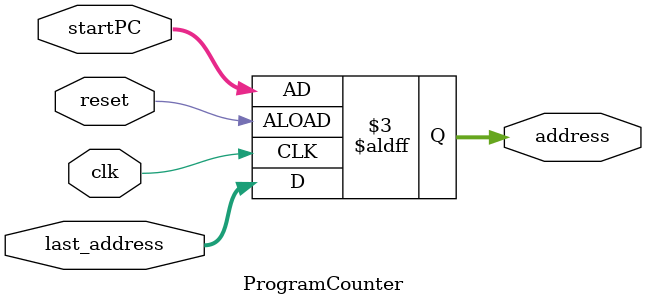
<source format=v>
`timescale 1ns / 1ps

module ProgramCounter
    #(parameter PC_WIDTH = 32)
    ( 
        input clk, 
        input reset,
        input [PC_WIDTH-1:0] startPC,
        input [PC_WIDTH-1:0] last_address,
        output reg [PC_WIDTH-1:0] address

    );
    
    
   // Asynchronous reset, and trigerred at negedge of the clock
   always @(negedge clk or negedge reset)begin
    // Load the start_pc if reset is low
    if (reset==1'b0)
        address <= startPC;
    else 
        address <= last_address;
    end
endmodule
</source>
